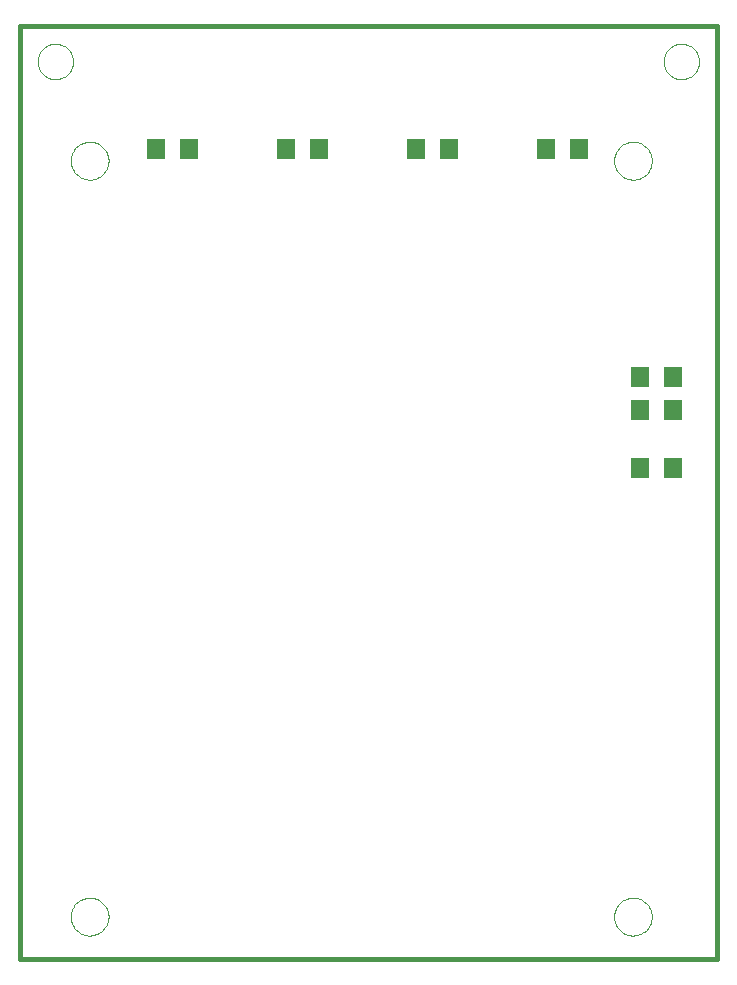
<source format=gtp>
G75*
G70*
%OFA0B0*%
%FSLAX24Y24*%
%IPPOS*%
%LPD*%
%AMOC8*
5,1,8,0,0,1.08239X$1,22.5*
%
%ADD10C,0.0160*%
%ADD11R,0.0630X0.0709*%
%ADD12C,0.0000*%
D10*
X000519Y000180D02*
X023747Y000180D01*
X023747Y031282D01*
X000519Y031282D01*
X000519Y000180D01*
D11*
X005046Y027188D03*
X006149Y027188D03*
X009377Y027188D03*
X010480Y027188D03*
X013708Y027188D03*
X014810Y027188D03*
X018039Y027188D03*
X019141Y027188D03*
X021188Y019589D03*
X021188Y018487D03*
X022291Y018487D03*
X022291Y019589D03*
X022291Y016558D03*
X021188Y016558D03*
D12*
X020322Y026794D02*
X020324Y026844D01*
X020330Y026894D01*
X020340Y026943D01*
X020354Y026991D01*
X020371Y027038D01*
X020392Y027083D01*
X020417Y027127D01*
X020445Y027168D01*
X020477Y027207D01*
X020511Y027244D01*
X020548Y027278D01*
X020588Y027308D01*
X020630Y027335D01*
X020674Y027359D01*
X020720Y027380D01*
X020767Y027396D01*
X020815Y027409D01*
X020865Y027418D01*
X020914Y027423D01*
X020965Y027424D01*
X021015Y027421D01*
X021064Y027414D01*
X021113Y027403D01*
X021161Y027388D01*
X021207Y027370D01*
X021252Y027348D01*
X021295Y027322D01*
X021336Y027293D01*
X021375Y027261D01*
X021411Y027226D01*
X021443Y027188D01*
X021473Y027148D01*
X021500Y027105D01*
X021523Y027061D01*
X021542Y027015D01*
X021558Y026967D01*
X021570Y026918D01*
X021578Y026869D01*
X021582Y026819D01*
X021582Y026769D01*
X021578Y026719D01*
X021570Y026670D01*
X021558Y026621D01*
X021542Y026573D01*
X021523Y026527D01*
X021500Y026483D01*
X021473Y026440D01*
X021443Y026400D01*
X021411Y026362D01*
X021375Y026327D01*
X021336Y026295D01*
X021295Y026266D01*
X021252Y026240D01*
X021207Y026218D01*
X021161Y026200D01*
X021113Y026185D01*
X021064Y026174D01*
X021015Y026167D01*
X020965Y026164D01*
X020914Y026165D01*
X020865Y026170D01*
X020815Y026179D01*
X020767Y026192D01*
X020720Y026208D01*
X020674Y026229D01*
X020630Y026253D01*
X020588Y026280D01*
X020548Y026310D01*
X020511Y026344D01*
X020477Y026381D01*
X020445Y026420D01*
X020417Y026461D01*
X020392Y026505D01*
X020371Y026550D01*
X020354Y026597D01*
X020340Y026645D01*
X020330Y026694D01*
X020324Y026744D01*
X020322Y026794D01*
X021975Y030101D02*
X021977Y030149D01*
X021983Y030197D01*
X021993Y030244D01*
X022006Y030290D01*
X022024Y030335D01*
X022044Y030379D01*
X022069Y030421D01*
X022097Y030460D01*
X022127Y030497D01*
X022161Y030531D01*
X022198Y030563D01*
X022236Y030592D01*
X022277Y030617D01*
X022320Y030639D01*
X022365Y030657D01*
X022411Y030671D01*
X022458Y030682D01*
X022506Y030689D01*
X022554Y030692D01*
X022602Y030691D01*
X022650Y030686D01*
X022698Y030677D01*
X022744Y030665D01*
X022789Y030648D01*
X022833Y030628D01*
X022875Y030605D01*
X022915Y030578D01*
X022953Y030548D01*
X022988Y030515D01*
X023020Y030479D01*
X023050Y030441D01*
X023076Y030400D01*
X023098Y030357D01*
X023118Y030313D01*
X023133Y030268D01*
X023145Y030221D01*
X023153Y030173D01*
X023157Y030125D01*
X023157Y030077D01*
X023153Y030029D01*
X023145Y029981D01*
X023133Y029934D01*
X023118Y029889D01*
X023098Y029845D01*
X023076Y029802D01*
X023050Y029761D01*
X023020Y029723D01*
X022988Y029687D01*
X022953Y029654D01*
X022915Y029624D01*
X022875Y029597D01*
X022833Y029574D01*
X022789Y029554D01*
X022744Y029537D01*
X022698Y029525D01*
X022650Y029516D01*
X022602Y029511D01*
X022554Y029510D01*
X022506Y029513D01*
X022458Y029520D01*
X022411Y029531D01*
X022365Y029545D01*
X022320Y029563D01*
X022277Y029585D01*
X022236Y029610D01*
X022198Y029639D01*
X022161Y029671D01*
X022127Y029705D01*
X022097Y029742D01*
X022069Y029781D01*
X022044Y029823D01*
X022024Y029867D01*
X022006Y029912D01*
X021993Y029958D01*
X021983Y030005D01*
X021977Y030053D01*
X021975Y030101D01*
X002212Y026794D02*
X002214Y026844D01*
X002220Y026894D01*
X002230Y026943D01*
X002244Y026991D01*
X002261Y027038D01*
X002282Y027083D01*
X002307Y027127D01*
X002335Y027168D01*
X002367Y027207D01*
X002401Y027244D01*
X002438Y027278D01*
X002478Y027308D01*
X002520Y027335D01*
X002564Y027359D01*
X002610Y027380D01*
X002657Y027396D01*
X002705Y027409D01*
X002755Y027418D01*
X002804Y027423D01*
X002855Y027424D01*
X002905Y027421D01*
X002954Y027414D01*
X003003Y027403D01*
X003051Y027388D01*
X003097Y027370D01*
X003142Y027348D01*
X003185Y027322D01*
X003226Y027293D01*
X003265Y027261D01*
X003301Y027226D01*
X003333Y027188D01*
X003363Y027148D01*
X003390Y027105D01*
X003413Y027061D01*
X003432Y027015D01*
X003448Y026967D01*
X003460Y026918D01*
X003468Y026869D01*
X003472Y026819D01*
X003472Y026769D01*
X003468Y026719D01*
X003460Y026670D01*
X003448Y026621D01*
X003432Y026573D01*
X003413Y026527D01*
X003390Y026483D01*
X003363Y026440D01*
X003333Y026400D01*
X003301Y026362D01*
X003265Y026327D01*
X003226Y026295D01*
X003185Y026266D01*
X003142Y026240D01*
X003097Y026218D01*
X003051Y026200D01*
X003003Y026185D01*
X002954Y026174D01*
X002905Y026167D01*
X002855Y026164D01*
X002804Y026165D01*
X002755Y026170D01*
X002705Y026179D01*
X002657Y026192D01*
X002610Y026208D01*
X002564Y026229D01*
X002520Y026253D01*
X002478Y026280D01*
X002438Y026310D01*
X002401Y026344D01*
X002367Y026381D01*
X002335Y026420D01*
X002307Y026461D01*
X002282Y026505D01*
X002261Y026550D01*
X002244Y026597D01*
X002230Y026645D01*
X002220Y026694D01*
X002214Y026744D01*
X002212Y026794D01*
X001109Y030101D02*
X001111Y030149D01*
X001117Y030197D01*
X001127Y030244D01*
X001140Y030290D01*
X001158Y030335D01*
X001178Y030379D01*
X001203Y030421D01*
X001231Y030460D01*
X001261Y030497D01*
X001295Y030531D01*
X001332Y030563D01*
X001370Y030592D01*
X001411Y030617D01*
X001454Y030639D01*
X001499Y030657D01*
X001545Y030671D01*
X001592Y030682D01*
X001640Y030689D01*
X001688Y030692D01*
X001736Y030691D01*
X001784Y030686D01*
X001832Y030677D01*
X001878Y030665D01*
X001923Y030648D01*
X001967Y030628D01*
X002009Y030605D01*
X002049Y030578D01*
X002087Y030548D01*
X002122Y030515D01*
X002154Y030479D01*
X002184Y030441D01*
X002210Y030400D01*
X002232Y030357D01*
X002252Y030313D01*
X002267Y030268D01*
X002279Y030221D01*
X002287Y030173D01*
X002291Y030125D01*
X002291Y030077D01*
X002287Y030029D01*
X002279Y029981D01*
X002267Y029934D01*
X002252Y029889D01*
X002232Y029845D01*
X002210Y029802D01*
X002184Y029761D01*
X002154Y029723D01*
X002122Y029687D01*
X002087Y029654D01*
X002049Y029624D01*
X002009Y029597D01*
X001967Y029574D01*
X001923Y029554D01*
X001878Y029537D01*
X001832Y029525D01*
X001784Y029516D01*
X001736Y029511D01*
X001688Y029510D01*
X001640Y029513D01*
X001592Y029520D01*
X001545Y029531D01*
X001499Y029545D01*
X001454Y029563D01*
X001411Y029585D01*
X001370Y029610D01*
X001332Y029639D01*
X001295Y029671D01*
X001261Y029705D01*
X001231Y029742D01*
X001203Y029781D01*
X001178Y029823D01*
X001158Y029867D01*
X001140Y029912D01*
X001127Y029958D01*
X001117Y030005D01*
X001111Y030053D01*
X001109Y030101D01*
X002212Y001597D02*
X002214Y001647D01*
X002220Y001697D01*
X002230Y001746D01*
X002244Y001794D01*
X002261Y001841D01*
X002282Y001886D01*
X002307Y001930D01*
X002335Y001971D01*
X002367Y002010D01*
X002401Y002047D01*
X002438Y002081D01*
X002478Y002111D01*
X002520Y002138D01*
X002564Y002162D01*
X002610Y002183D01*
X002657Y002199D01*
X002705Y002212D01*
X002755Y002221D01*
X002804Y002226D01*
X002855Y002227D01*
X002905Y002224D01*
X002954Y002217D01*
X003003Y002206D01*
X003051Y002191D01*
X003097Y002173D01*
X003142Y002151D01*
X003185Y002125D01*
X003226Y002096D01*
X003265Y002064D01*
X003301Y002029D01*
X003333Y001991D01*
X003363Y001951D01*
X003390Y001908D01*
X003413Y001864D01*
X003432Y001818D01*
X003448Y001770D01*
X003460Y001721D01*
X003468Y001672D01*
X003472Y001622D01*
X003472Y001572D01*
X003468Y001522D01*
X003460Y001473D01*
X003448Y001424D01*
X003432Y001376D01*
X003413Y001330D01*
X003390Y001286D01*
X003363Y001243D01*
X003333Y001203D01*
X003301Y001165D01*
X003265Y001130D01*
X003226Y001098D01*
X003185Y001069D01*
X003142Y001043D01*
X003097Y001021D01*
X003051Y001003D01*
X003003Y000988D01*
X002954Y000977D01*
X002905Y000970D01*
X002855Y000967D01*
X002804Y000968D01*
X002755Y000973D01*
X002705Y000982D01*
X002657Y000995D01*
X002610Y001011D01*
X002564Y001032D01*
X002520Y001056D01*
X002478Y001083D01*
X002438Y001113D01*
X002401Y001147D01*
X002367Y001184D01*
X002335Y001223D01*
X002307Y001264D01*
X002282Y001308D01*
X002261Y001353D01*
X002244Y001400D01*
X002230Y001448D01*
X002220Y001497D01*
X002214Y001547D01*
X002212Y001597D01*
X020322Y001597D02*
X020324Y001647D01*
X020330Y001697D01*
X020340Y001746D01*
X020354Y001794D01*
X020371Y001841D01*
X020392Y001886D01*
X020417Y001930D01*
X020445Y001971D01*
X020477Y002010D01*
X020511Y002047D01*
X020548Y002081D01*
X020588Y002111D01*
X020630Y002138D01*
X020674Y002162D01*
X020720Y002183D01*
X020767Y002199D01*
X020815Y002212D01*
X020865Y002221D01*
X020914Y002226D01*
X020965Y002227D01*
X021015Y002224D01*
X021064Y002217D01*
X021113Y002206D01*
X021161Y002191D01*
X021207Y002173D01*
X021252Y002151D01*
X021295Y002125D01*
X021336Y002096D01*
X021375Y002064D01*
X021411Y002029D01*
X021443Y001991D01*
X021473Y001951D01*
X021500Y001908D01*
X021523Y001864D01*
X021542Y001818D01*
X021558Y001770D01*
X021570Y001721D01*
X021578Y001672D01*
X021582Y001622D01*
X021582Y001572D01*
X021578Y001522D01*
X021570Y001473D01*
X021558Y001424D01*
X021542Y001376D01*
X021523Y001330D01*
X021500Y001286D01*
X021473Y001243D01*
X021443Y001203D01*
X021411Y001165D01*
X021375Y001130D01*
X021336Y001098D01*
X021295Y001069D01*
X021252Y001043D01*
X021207Y001021D01*
X021161Y001003D01*
X021113Y000988D01*
X021064Y000977D01*
X021015Y000970D01*
X020965Y000967D01*
X020914Y000968D01*
X020865Y000973D01*
X020815Y000982D01*
X020767Y000995D01*
X020720Y001011D01*
X020674Y001032D01*
X020630Y001056D01*
X020588Y001083D01*
X020548Y001113D01*
X020511Y001147D01*
X020477Y001184D01*
X020445Y001223D01*
X020417Y001264D01*
X020392Y001308D01*
X020371Y001353D01*
X020354Y001400D01*
X020340Y001448D01*
X020330Y001497D01*
X020324Y001547D01*
X020322Y001597D01*
M02*

</source>
